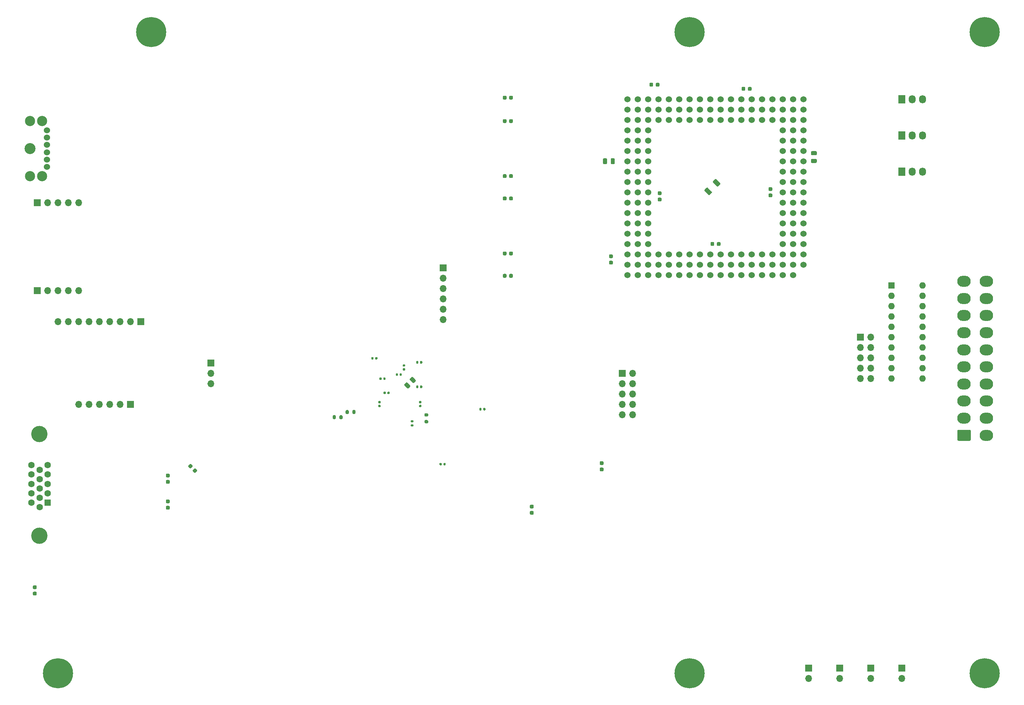
<source format=gbs>
G04 #@! TF.GenerationSoftware,KiCad,Pcbnew,5.1.9*
G04 #@! TF.CreationDate,2020-12-27T07:37:23+01:00*
G04 #@! TF.ProjectId,atx040-main-pcb,61747830-3430-42d6-9d61-696e2d706362,rev?*
G04 #@! TF.SameCoordinates,Original*
G04 #@! TF.FileFunction,Soldermask,Bot*
G04 #@! TF.FilePolarity,Negative*
%FSLAX46Y46*%
G04 Gerber Fmt 4.6, Leading zero omitted, Abs format (unit mm)*
G04 Created by KiCad (PCBNEW 5.1.9) date 2020-12-27 07:37:23*
%MOMM*%
%LPD*%
G01*
G04 APERTURE LIST*
%ADD10O,1.700000X1.700000*%
%ADD11R,1.700000X1.700000*%
%ADD12O,1.730000X2.030000*%
%ADD13R,1.730000X2.030000*%
%ADD14C,2.700000*%
%ADD15C,2.500000*%
%ADD16C,1.524000*%
%ADD17O,1.600000X1.600000*%
%ADD18R,1.600000X1.600000*%
%ADD19C,4.000000*%
%ADD20C,1.600000*%
%ADD21O,3.300000X2.700000*%
%ADD22C,0.800000*%
%ADD23C,7.400000*%
G04 APERTURE END LIST*
D10*
X241300000Y-123190000D03*
X238760000Y-123190000D03*
X241300000Y-120650000D03*
X238760000Y-120650000D03*
X241300000Y-118110000D03*
X238760000Y-118110000D03*
X241300000Y-115570000D03*
X238760000Y-115570000D03*
X241300000Y-113030000D03*
D11*
X238760000Y-113030000D03*
D10*
X241300000Y-196850000D03*
D11*
X241300000Y-194310000D03*
D10*
X233680000Y-196850000D03*
D11*
X233680000Y-194310000D03*
D10*
X248920000Y-196850000D03*
D11*
X248920000Y-194310000D03*
D10*
X226060000Y-196850000D03*
D11*
X226060000Y-194310000D03*
G36*
G01*
X175510000Y-144455000D02*
X175010000Y-144455000D01*
G75*
G02*
X174785000Y-144230000I0J225000D01*
G01*
X174785000Y-143780000D01*
G75*
G02*
X175010000Y-143555000I225000J0D01*
G01*
X175510000Y-143555000D01*
G75*
G02*
X175735000Y-143780000I0J-225000D01*
G01*
X175735000Y-144230000D01*
G75*
G02*
X175510000Y-144455000I-225000J0D01*
G01*
G37*
G36*
G01*
X175510000Y-146005000D02*
X175010000Y-146005000D01*
G75*
G02*
X174785000Y-145780000I0J225000D01*
G01*
X174785000Y-145330000D01*
G75*
G02*
X175010000Y-145105000I225000J0D01*
G01*
X175510000Y-145105000D01*
G75*
G02*
X175735000Y-145330000I0J-225000D01*
G01*
X175735000Y-145780000D01*
G75*
G02*
X175510000Y-146005000I-225000J0D01*
G01*
G37*
G36*
G01*
X158365000Y-155110000D02*
X157865000Y-155110000D01*
G75*
G02*
X157640000Y-154885000I0J225000D01*
G01*
X157640000Y-154435000D01*
G75*
G02*
X157865000Y-154210000I225000J0D01*
G01*
X158365000Y-154210000D01*
G75*
G02*
X158590000Y-154435000I0J-225000D01*
G01*
X158590000Y-154885000D01*
G75*
G02*
X158365000Y-155110000I-225000J0D01*
G01*
G37*
G36*
G01*
X158365000Y-156660000D02*
X157865000Y-156660000D01*
G75*
G02*
X157640000Y-156435000I0J225000D01*
G01*
X157640000Y-155985000D01*
G75*
G02*
X157865000Y-155760000I225000J0D01*
G01*
X158365000Y-155760000D01*
G75*
G02*
X158590000Y-155985000I0J-225000D01*
G01*
X158590000Y-156435000D01*
G75*
G02*
X158365000Y-156660000I-225000J0D01*
G01*
G37*
G36*
G01*
X36445000Y-174935000D02*
X35945000Y-174935000D01*
G75*
G02*
X35720000Y-174710000I0J225000D01*
G01*
X35720000Y-174260000D01*
G75*
G02*
X35945000Y-174035000I225000J0D01*
G01*
X36445000Y-174035000D01*
G75*
G02*
X36670000Y-174260000I0J-225000D01*
G01*
X36670000Y-174710000D01*
G75*
G02*
X36445000Y-174935000I-225000J0D01*
G01*
G37*
G36*
G01*
X36445000Y-176485000D02*
X35945000Y-176485000D01*
G75*
G02*
X35720000Y-176260000I0J225000D01*
G01*
X35720000Y-175810000D01*
G75*
G02*
X35945000Y-175585000I225000J0D01*
G01*
X36445000Y-175585000D01*
G75*
G02*
X36670000Y-175810000I0J-225000D01*
G01*
X36670000Y-176260000D01*
G75*
G02*
X36445000Y-176485000I-225000J0D01*
G01*
G37*
D10*
X182880000Y-132080000D03*
X180340000Y-132080000D03*
X182880000Y-129540000D03*
X180340000Y-129540000D03*
X182880000Y-127000000D03*
X180340000Y-127000000D03*
X182880000Y-124460000D03*
X180340000Y-124460000D03*
X182880000Y-121920000D03*
D11*
X180340000Y-121920000D03*
D12*
X254000000Y-72390000D03*
X251460000Y-72390000D03*
D13*
X248920000Y-72390000D03*
D12*
X254000000Y-63500000D03*
X251460000Y-63500000D03*
D13*
X248920000Y-63500000D03*
D12*
X254000000Y-54610000D03*
X251460000Y-54610000D03*
D13*
X248920000Y-54610000D03*
D14*
X35000000Y-66750000D03*
D15*
X35000000Y-59950000D03*
X35000000Y-73550000D03*
X38000000Y-73550000D03*
X38000000Y-59950000D03*
D16*
X39200000Y-71250000D03*
X39200000Y-69450000D03*
X39200000Y-62250000D03*
X39200000Y-64050000D03*
X39200000Y-67650000D03*
X39200000Y-65850000D03*
D10*
X46990000Y-80010000D03*
X44450000Y-80010000D03*
X41910000Y-80010000D03*
X39370000Y-80010000D03*
D11*
X36830000Y-80010000D03*
D10*
X46990000Y-101600000D03*
X44450000Y-101600000D03*
X41910000Y-101600000D03*
X39370000Y-101600000D03*
D11*
X36830000Y-101600000D03*
D10*
X41910000Y-109220000D03*
X44450000Y-109220000D03*
X46990000Y-109220000D03*
X49530000Y-109220000D03*
X52070000Y-109220000D03*
X54610000Y-109220000D03*
X57150000Y-109220000D03*
X59690000Y-109220000D03*
D11*
X62230000Y-109220000D03*
D10*
X46990000Y-129540000D03*
X49530000Y-129540000D03*
X52070000Y-129540000D03*
X54610000Y-129540000D03*
X57150000Y-129540000D03*
D11*
X59690000Y-129540000D03*
G36*
G01*
X128935000Y-134010000D02*
X128565000Y-134010000D01*
G75*
G02*
X128430000Y-133875000I0J135000D01*
G01*
X128430000Y-133605000D01*
G75*
G02*
X128565000Y-133470000I135000J0D01*
G01*
X128935000Y-133470000D01*
G75*
G02*
X129070000Y-133605000I0J-135000D01*
G01*
X129070000Y-133875000D01*
G75*
G02*
X128935000Y-134010000I-135000J0D01*
G01*
G37*
G36*
G01*
X128935000Y-135030000D02*
X128565000Y-135030000D01*
G75*
G02*
X128430000Y-134895000I0J135000D01*
G01*
X128430000Y-134625000D01*
G75*
G02*
X128565000Y-134490000I135000J0D01*
G01*
X128935000Y-134490000D01*
G75*
G02*
X129070000Y-134625000I0J-135000D01*
G01*
X129070000Y-134895000D01*
G75*
G02*
X128935000Y-135030000I-135000J0D01*
G01*
G37*
G36*
G01*
X227805000Y-68384000D02*
X226855000Y-68384000D01*
G75*
G02*
X226605000Y-68134000I0J250000D01*
G01*
X226605000Y-67634000D01*
G75*
G02*
X226855000Y-67384000I250000J0D01*
G01*
X227805000Y-67384000D01*
G75*
G02*
X228055000Y-67634000I0J-250000D01*
G01*
X228055000Y-68134000D01*
G75*
G02*
X227805000Y-68384000I-250000J0D01*
G01*
G37*
G36*
G01*
X227805000Y-70284000D02*
X226855000Y-70284000D01*
G75*
G02*
X226605000Y-70034000I0J250000D01*
G01*
X226605000Y-69534000D01*
G75*
G02*
X226855000Y-69284000I250000J0D01*
G01*
X227805000Y-69284000D01*
G75*
G02*
X228055000Y-69534000I0J-250000D01*
G01*
X228055000Y-70034000D01*
G75*
G02*
X227805000Y-70284000I-250000J0D01*
G01*
G37*
G36*
G01*
X177488000Y-70325000D02*
X177488000Y-69375000D01*
G75*
G02*
X177738000Y-69125000I250000J0D01*
G01*
X178238000Y-69125000D01*
G75*
G02*
X178488000Y-69375000I0J-250000D01*
G01*
X178488000Y-70325000D01*
G75*
G02*
X178238000Y-70575000I-250000J0D01*
G01*
X177738000Y-70575000D01*
G75*
G02*
X177488000Y-70325000I0J250000D01*
G01*
G37*
G36*
G01*
X175588000Y-70325000D02*
X175588000Y-69375000D01*
G75*
G02*
X175838000Y-69125000I250000J0D01*
G01*
X176338000Y-69125000D01*
G75*
G02*
X176588000Y-69375000I0J-250000D01*
G01*
X176588000Y-70325000D01*
G75*
G02*
X176338000Y-70575000I-250000J0D01*
G01*
X175838000Y-70575000D01*
G75*
G02*
X175588000Y-70325000I0J250000D01*
G01*
G37*
G36*
G01*
X201341983Y-76376776D02*
X202261224Y-77296017D01*
G75*
G02*
X202261224Y-77649569I-176776J-176776D01*
G01*
X201801603Y-78109190D01*
G75*
G02*
X201448051Y-78109190I-176776J176776D01*
G01*
X200528810Y-77189949D01*
G75*
G02*
X200528810Y-76836397I176776J176776D01*
G01*
X200988431Y-76376776D01*
G75*
G02*
X201341983Y-76376776I176776J-176776D01*
G01*
G37*
G36*
G01*
X203427949Y-74290810D02*
X204347190Y-75210051D01*
G75*
G02*
X204347190Y-75563603I-176776J-176776D01*
G01*
X203887569Y-76023224D01*
G75*
G02*
X203534017Y-76023224I-176776J176776D01*
G01*
X202614776Y-75103983D01*
G75*
G02*
X202614776Y-74750431I176776J176776D01*
G01*
X203074397Y-74290810D01*
G75*
G02*
X203427949Y-74290810I176776J-176776D01*
G01*
G37*
G36*
G01*
X177796000Y-93655000D02*
X177296000Y-93655000D01*
G75*
G02*
X177071000Y-93430000I0J225000D01*
G01*
X177071000Y-92980000D01*
G75*
G02*
X177296000Y-92755000I225000J0D01*
G01*
X177796000Y-92755000D01*
G75*
G02*
X178021000Y-92980000I0J-225000D01*
G01*
X178021000Y-93430000D01*
G75*
G02*
X177796000Y-93655000I-225000J0D01*
G01*
G37*
G36*
G01*
X177796000Y-95205000D02*
X177296000Y-95205000D01*
G75*
G02*
X177071000Y-94980000I0J225000D01*
G01*
X177071000Y-94530000D01*
G75*
G02*
X177296000Y-94305000I225000J0D01*
G01*
X177796000Y-94305000D01*
G75*
G02*
X178021000Y-94530000I0J-225000D01*
G01*
X178021000Y-94980000D01*
G75*
G02*
X177796000Y-95205000I-225000J0D01*
G01*
G37*
G36*
G01*
X203525000Y-90420000D02*
X203525000Y-89920000D01*
G75*
G02*
X203750000Y-89695000I225000J0D01*
G01*
X204200000Y-89695000D01*
G75*
G02*
X204425000Y-89920000I0J-225000D01*
G01*
X204425000Y-90420000D01*
G75*
G02*
X204200000Y-90645000I-225000J0D01*
G01*
X203750000Y-90645000D01*
G75*
G02*
X203525000Y-90420000I0J225000D01*
G01*
G37*
G36*
G01*
X201975000Y-90420000D02*
X201975000Y-89920000D01*
G75*
G02*
X202200000Y-89695000I225000J0D01*
G01*
X202650000Y-89695000D01*
G75*
G02*
X202875000Y-89920000I0J-225000D01*
G01*
X202875000Y-90420000D01*
G75*
G02*
X202650000Y-90645000I-225000J0D01*
G01*
X202200000Y-90645000D01*
G75*
G02*
X201975000Y-90420000I0J225000D01*
G01*
G37*
G36*
G01*
X189734000Y-78161000D02*
X189234000Y-78161000D01*
G75*
G02*
X189009000Y-77936000I0J225000D01*
G01*
X189009000Y-77486000D01*
G75*
G02*
X189234000Y-77261000I225000J0D01*
G01*
X189734000Y-77261000D01*
G75*
G02*
X189959000Y-77486000I0J-225000D01*
G01*
X189959000Y-77936000D01*
G75*
G02*
X189734000Y-78161000I-225000J0D01*
G01*
G37*
G36*
G01*
X189734000Y-79711000D02*
X189234000Y-79711000D01*
G75*
G02*
X189009000Y-79486000I0J225000D01*
G01*
X189009000Y-79036000D01*
G75*
G02*
X189234000Y-78811000I225000J0D01*
G01*
X189734000Y-78811000D01*
G75*
G02*
X189959000Y-79036000I0J-225000D01*
G01*
X189959000Y-79486000D01*
G75*
G02*
X189734000Y-79711000I-225000J0D01*
G01*
G37*
G36*
G01*
X188539000Y-51304000D02*
X188539000Y-50804000D01*
G75*
G02*
X188764000Y-50579000I225000J0D01*
G01*
X189214000Y-50579000D01*
G75*
G02*
X189439000Y-50804000I0J-225000D01*
G01*
X189439000Y-51304000D01*
G75*
G02*
X189214000Y-51529000I-225000J0D01*
G01*
X188764000Y-51529000D01*
G75*
G02*
X188539000Y-51304000I0J225000D01*
G01*
G37*
G36*
G01*
X186989000Y-51304000D02*
X186989000Y-50804000D01*
G75*
G02*
X187214000Y-50579000I225000J0D01*
G01*
X187664000Y-50579000D01*
G75*
G02*
X187889000Y-50804000I0J-225000D01*
G01*
X187889000Y-51304000D01*
G75*
G02*
X187664000Y-51529000I-225000J0D01*
G01*
X187214000Y-51529000D01*
G75*
G02*
X186989000Y-51304000I0J225000D01*
G01*
G37*
G36*
G01*
X211145000Y-52320000D02*
X211145000Y-51820000D01*
G75*
G02*
X211370000Y-51595000I225000J0D01*
G01*
X211820000Y-51595000D01*
G75*
G02*
X212045000Y-51820000I0J-225000D01*
G01*
X212045000Y-52320000D01*
G75*
G02*
X211820000Y-52545000I-225000J0D01*
G01*
X211370000Y-52545000D01*
G75*
G02*
X211145000Y-52320000I0J225000D01*
G01*
G37*
G36*
G01*
X209595000Y-52320000D02*
X209595000Y-51820000D01*
G75*
G02*
X209820000Y-51595000I225000J0D01*
G01*
X210270000Y-51595000D01*
G75*
G02*
X210495000Y-51820000I0J-225000D01*
G01*
X210495000Y-52320000D01*
G75*
G02*
X210270000Y-52545000I-225000J0D01*
G01*
X209820000Y-52545000D01*
G75*
G02*
X209595000Y-52320000I0J225000D01*
G01*
G37*
G36*
G01*
X216912000Y-77145000D02*
X216412000Y-77145000D01*
G75*
G02*
X216187000Y-76920000I0J225000D01*
G01*
X216187000Y-76470000D01*
G75*
G02*
X216412000Y-76245000I225000J0D01*
G01*
X216912000Y-76245000D01*
G75*
G02*
X217137000Y-76470000I0J-225000D01*
G01*
X217137000Y-76920000D01*
G75*
G02*
X216912000Y-77145000I-225000J0D01*
G01*
G37*
G36*
G01*
X216912000Y-78695000D02*
X216412000Y-78695000D01*
G75*
G02*
X216187000Y-78470000I0J225000D01*
G01*
X216187000Y-78020000D01*
G75*
G02*
X216412000Y-77795000I225000J0D01*
G01*
X216912000Y-77795000D01*
G75*
G02*
X217137000Y-78020000I0J-225000D01*
G01*
X217137000Y-78470000D01*
G75*
G02*
X216912000Y-78695000I-225000J0D01*
G01*
G37*
G36*
G01*
X152575000Y-54500000D02*
X152575000Y-54000000D01*
G75*
G02*
X152800000Y-53775000I225000J0D01*
G01*
X153250000Y-53775000D01*
G75*
G02*
X153475000Y-54000000I0J-225000D01*
G01*
X153475000Y-54500000D01*
G75*
G02*
X153250000Y-54725000I-225000J0D01*
G01*
X152800000Y-54725000D01*
G75*
G02*
X152575000Y-54500000I0J225000D01*
G01*
G37*
G36*
G01*
X151025000Y-54500000D02*
X151025000Y-54000000D01*
G75*
G02*
X151250000Y-53775000I225000J0D01*
G01*
X151700000Y-53775000D01*
G75*
G02*
X151925000Y-54000000I0J-225000D01*
G01*
X151925000Y-54500000D01*
G75*
G02*
X151700000Y-54725000I-225000J0D01*
G01*
X151250000Y-54725000D01*
G75*
G02*
X151025000Y-54500000I0J225000D01*
G01*
G37*
G36*
G01*
X152575000Y-60250000D02*
X152575000Y-59750000D01*
G75*
G02*
X152800000Y-59525000I225000J0D01*
G01*
X153250000Y-59525000D01*
G75*
G02*
X153475000Y-59750000I0J-225000D01*
G01*
X153475000Y-60250000D01*
G75*
G02*
X153250000Y-60475000I-225000J0D01*
G01*
X152800000Y-60475000D01*
G75*
G02*
X152575000Y-60250000I0J225000D01*
G01*
G37*
G36*
G01*
X151025000Y-60250000D02*
X151025000Y-59750000D01*
G75*
G02*
X151250000Y-59525000I225000J0D01*
G01*
X151700000Y-59525000D01*
G75*
G02*
X151925000Y-59750000I0J-225000D01*
G01*
X151925000Y-60250000D01*
G75*
G02*
X151700000Y-60475000I-225000J0D01*
G01*
X151250000Y-60475000D01*
G75*
G02*
X151025000Y-60250000I0J225000D01*
G01*
G37*
G36*
G01*
X152575000Y-73750000D02*
X152575000Y-73250000D01*
G75*
G02*
X152800000Y-73025000I225000J0D01*
G01*
X153250000Y-73025000D01*
G75*
G02*
X153475000Y-73250000I0J-225000D01*
G01*
X153475000Y-73750000D01*
G75*
G02*
X153250000Y-73975000I-225000J0D01*
G01*
X152800000Y-73975000D01*
G75*
G02*
X152575000Y-73750000I0J225000D01*
G01*
G37*
G36*
G01*
X151025000Y-73750000D02*
X151025000Y-73250000D01*
G75*
G02*
X151250000Y-73025000I225000J0D01*
G01*
X151700000Y-73025000D01*
G75*
G02*
X151925000Y-73250000I0J-225000D01*
G01*
X151925000Y-73750000D01*
G75*
G02*
X151700000Y-73975000I-225000J0D01*
G01*
X151250000Y-73975000D01*
G75*
G02*
X151025000Y-73750000I0J225000D01*
G01*
G37*
G36*
G01*
X152575000Y-79250000D02*
X152575000Y-78750000D01*
G75*
G02*
X152800000Y-78525000I225000J0D01*
G01*
X153250000Y-78525000D01*
G75*
G02*
X153475000Y-78750000I0J-225000D01*
G01*
X153475000Y-79250000D01*
G75*
G02*
X153250000Y-79475000I-225000J0D01*
G01*
X152800000Y-79475000D01*
G75*
G02*
X152575000Y-79250000I0J225000D01*
G01*
G37*
G36*
G01*
X151025000Y-79250000D02*
X151025000Y-78750000D01*
G75*
G02*
X151250000Y-78525000I225000J0D01*
G01*
X151700000Y-78525000D01*
G75*
G02*
X151925000Y-78750000I0J-225000D01*
G01*
X151925000Y-79250000D01*
G75*
G02*
X151700000Y-79475000I-225000J0D01*
G01*
X151250000Y-79475000D01*
G75*
G02*
X151025000Y-79250000I0J225000D01*
G01*
G37*
G36*
G01*
X152575000Y-98250000D02*
X152575000Y-97750000D01*
G75*
G02*
X152800000Y-97525000I225000J0D01*
G01*
X153250000Y-97525000D01*
G75*
G02*
X153475000Y-97750000I0J-225000D01*
G01*
X153475000Y-98250000D01*
G75*
G02*
X153250000Y-98475000I-225000J0D01*
G01*
X152800000Y-98475000D01*
G75*
G02*
X152575000Y-98250000I0J225000D01*
G01*
G37*
G36*
G01*
X151025000Y-98250000D02*
X151025000Y-97750000D01*
G75*
G02*
X151250000Y-97525000I225000J0D01*
G01*
X151700000Y-97525000D01*
G75*
G02*
X151925000Y-97750000I0J-225000D01*
G01*
X151925000Y-98250000D01*
G75*
G02*
X151700000Y-98475000I-225000J0D01*
G01*
X151250000Y-98475000D01*
G75*
G02*
X151025000Y-98250000I0J225000D01*
G01*
G37*
G36*
G01*
X152575000Y-92750000D02*
X152575000Y-92250000D01*
G75*
G02*
X152800000Y-92025000I225000J0D01*
G01*
X153250000Y-92025000D01*
G75*
G02*
X153475000Y-92250000I0J-225000D01*
G01*
X153475000Y-92750000D01*
G75*
G02*
X153250000Y-92975000I-225000J0D01*
G01*
X152800000Y-92975000D01*
G75*
G02*
X152575000Y-92750000I0J225000D01*
G01*
G37*
G36*
G01*
X151025000Y-92750000D02*
X151025000Y-92250000D01*
G75*
G02*
X151250000Y-92025000I225000J0D01*
G01*
X151700000Y-92025000D01*
G75*
G02*
X151925000Y-92250000I0J-225000D01*
G01*
X151925000Y-92750000D01*
G75*
G02*
X151700000Y-92975000I-225000J0D01*
G01*
X151250000Y-92975000D01*
G75*
G02*
X151025000Y-92750000I0J225000D01*
G01*
G37*
G36*
G01*
X69084000Y-147503000D02*
X68584000Y-147503000D01*
G75*
G02*
X68359000Y-147278000I0J225000D01*
G01*
X68359000Y-146828000D01*
G75*
G02*
X68584000Y-146603000I225000J0D01*
G01*
X69084000Y-146603000D01*
G75*
G02*
X69309000Y-146828000I0J-225000D01*
G01*
X69309000Y-147278000D01*
G75*
G02*
X69084000Y-147503000I-225000J0D01*
G01*
G37*
G36*
G01*
X69084000Y-149053000D02*
X68584000Y-149053000D01*
G75*
G02*
X68359000Y-148828000I0J225000D01*
G01*
X68359000Y-148378000D01*
G75*
G02*
X68584000Y-148153000I225000J0D01*
G01*
X69084000Y-148153000D01*
G75*
G02*
X69309000Y-148378000I0J-225000D01*
G01*
X69309000Y-148828000D01*
G75*
G02*
X69084000Y-149053000I-225000J0D01*
G01*
G37*
G36*
G01*
X69084000Y-153853000D02*
X68584000Y-153853000D01*
G75*
G02*
X68359000Y-153628000I0J225000D01*
G01*
X68359000Y-153178000D01*
G75*
G02*
X68584000Y-152953000I225000J0D01*
G01*
X69084000Y-152953000D01*
G75*
G02*
X69309000Y-153178000I0J-225000D01*
G01*
X69309000Y-153628000D01*
G75*
G02*
X69084000Y-153853000I-225000J0D01*
G01*
G37*
G36*
G01*
X69084000Y-155403000D02*
X68584000Y-155403000D01*
G75*
G02*
X68359000Y-155178000I0J225000D01*
G01*
X68359000Y-154728000D01*
G75*
G02*
X68584000Y-154503000I225000J0D01*
G01*
X69084000Y-154503000D01*
G75*
G02*
X69309000Y-154728000I0J-225000D01*
G01*
X69309000Y-155178000D01*
G75*
G02*
X69084000Y-155403000I-225000J0D01*
G01*
G37*
G36*
G01*
X74983033Y-145694587D02*
X75336587Y-145341033D01*
G75*
G02*
X75654785Y-145341033I159099J-159099D01*
G01*
X75972983Y-145659231D01*
G75*
G02*
X75972983Y-145977429I-159099J-159099D01*
G01*
X75619429Y-146330983D01*
G75*
G02*
X75301231Y-146330983I-159099J159099D01*
G01*
X74983033Y-146012785D01*
G75*
G02*
X74983033Y-145694587I159099J159099D01*
G01*
G37*
G36*
G01*
X73887017Y-144598571D02*
X74240571Y-144245017D01*
G75*
G02*
X74558769Y-144245017I159099J-159099D01*
G01*
X74876967Y-144563215D01*
G75*
G02*
X74876967Y-144881413I-159099J-159099D01*
G01*
X74523413Y-145234967D01*
G75*
G02*
X74205215Y-145234967I-159099J159099D01*
G01*
X73887017Y-144916769D01*
G75*
G02*
X73887017Y-144598571I159099J159099D01*
G01*
G37*
D17*
X254000000Y-100330000D03*
X246380000Y-123190000D03*
X254000000Y-102870000D03*
X246380000Y-120650000D03*
X254000000Y-105410000D03*
X246380000Y-118110000D03*
X254000000Y-107950000D03*
X246380000Y-115570000D03*
X254000000Y-110490000D03*
X246380000Y-113030000D03*
X254000000Y-113030000D03*
X246380000Y-110490000D03*
X254000000Y-115570000D03*
X246380000Y-107950000D03*
X254000000Y-118110000D03*
X246380000Y-105410000D03*
X254000000Y-120650000D03*
X246380000Y-102870000D03*
X254000000Y-123190000D03*
D18*
X246380000Y-100330000D03*
G36*
G01*
X145800000Y-130580000D02*
X145800000Y-130920000D01*
G75*
G02*
X145660000Y-131060000I-140000J0D01*
G01*
X145380000Y-131060000D01*
G75*
G02*
X145240000Y-130920000I0J140000D01*
G01*
X145240000Y-130580000D01*
G75*
G02*
X145380000Y-130440000I140000J0D01*
G01*
X145660000Y-130440000D01*
G75*
G02*
X145800000Y-130580000I0J-140000D01*
G01*
G37*
G36*
G01*
X146760000Y-130580000D02*
X146760000Y-130920000D01*
G75*
G02*
X146620000Y-131060000I-140000J0D01*
G01*
X146340000Y-131060000D01*
G75*
G02*
X146200000Y-130920000I0J140000D01*
G01*
X146200000Y-130580000D01*
G75*
G02*
X146340000Y-130440000I140000J0D01*
G01*
X146620000Y-130440000D01*
G75*
G02*
X146760000Y-130580000I0J-140000D01*
G01*
G37*
G36*
G01*
X136450000Y-144420000D02*
X136450000Y-144080000D01*
G75*
G02*
X136590000Y-143940000I140000J0D01*
G01*
X136870000Y-143940000D01*
G75*
G02*
X137010000Y-144080000I0J-140000D01*
G01*
X137010000Y-144420000D01*
G75*
G02*
X136870000Y-144560000I-140000J0D01*
G01*
X136590000Y-144560000D01*
G75*
G02*
X136450000Y-144420000I0J140000D01*
G01*
G37*
G36*
G01*
X135490000Y-144420000D02*
X135490000Y-144080000D01*
G75*
G02*
X135630000Y-143940000I140000J0D01*
G01*
X135910000Y-143940000D01*
G75*
G02*
X136050000Y-144080000I0J-140000D01*
G01*
X136050000Y-144420000D01*
G75*
G02*
X135910000Y-144560000I-140000J0D01*
G01*
X135630000Y-144560000D01*
G75*
G02*
X135490000Y-144420000I0J140000D01*
G01*
G37*
D19*
X37320000Y-161855000D03*
X37320000Y-136855000D03*
D20*
X35410000Y-144510000D03*
X35410000Y-146800000D03*
X35410000Y-149090000D03*
X35410000Y-151380000D03*
X35410000Y-153670000D03*
X37390000Y-145655000D03*
X37390000Y-147945000D03*
X37390000Y-150235000D03*
X37390000Y-152525000D03*
X37390000Y-154815000D03*
X39370000Y-144510000D03*
X39370000Y-146800000D03*
X39370000Y-149090000D03*
X39370000Y-151380000D03*
D18*
X39370000Y-153670000D03*
D10*
X79375000Y-124460000D03*
X79375000Y-121920000D03*
D11*
X79375000Y-119380000D03*
G36*
G01*
X122700000Y-126920000D02*
X122700000Y-126580000D01*
G75*
G02*
X122840000Y-126440000I140000J0D01*
G01*
X123120000Y-126440000D01*
G75*
G02*
X123260000Y-126580000I0J-140000D01*
G01*
X123260000Y-126920000D01*
G75*
G02*
X123120000Y-127060000I-140000J0D01*
G01*
X122840000Y-127060000D01*
G75*
G02*
X122700000Y-126920000I0J140000D01*
G01*
G37*
G36*
G01*
X121740000Y-126920000D02*
X121740000Y-126580000D01*
G75*
G02*
X121880000Y-126440000I140000J0D01*
G01*
X122160000Y-126440000D01*
G75*
G02*
X122300000Y-126580000I0J-140000D01*
G01*
X122300000Y-126920000D01*
G75*
G02*
X122160000Y-127060000I-140000J0D01*
G01*
X121880000Y-127060000D01*
G75*
G02*
X121740000Y-126920000I0J140000D01*
G01*
G37*
G36*
G01*
X121700000Y-123420000D02*
X121700000Y-123080000D01*
G75*
G02*
X121840000Y-122940000I140000J0D01*
G01*
X122120000Y-122940000D01*
G75*
G02*
X122260000Y-123080000I0J-140000D01*
G01*
X122260000Y-123420000D01*
G75*
G02*
X122120000Y-123560000I-140000J0D01*
G01*
X121840000Y-123560000D01*
G75*
G02*
X121700000Y-123420000I0J140000D01*
G01*
G37*
G36*
G01*
X120740000Y-123420000D02*
X120740000Y-123080000D01*
G75*
G02*
X120880000Y-122940000I140000J0D01*
G01*
X121160000Y-122940000D01*
G75*
G02*
X121300000Y-123080000I0J-140000D01*
G01*
X121300000Y-123420000D01*
G75*
G02*
X121160000Y-123560000I-140000J0D01*
G01*
X120880000Y-123560000D01*
G75*
G02*
X120740000Y-123420000I0J140000D01*
G01*
G37*
G36*
G01*
X119700000Y-118420000D02*
X119700000Y-118080000D01*
G75*
G02*
X119840000Y-117940000I140000J0D01*
G01*
X120120000Y-117940000D01*
G75*
G02*
X120260000Y-118080000I0J-140000D01*
G01*
X120260000Y-118420000D01*
G75*
G02*
X120120000Y-118560000I-140000J0D01*
G01*
X119840000Y-118560000D01*
G75*
G02*
X119700000Y-118420000I0J140000D01*
G01*
G37*
G36*
G01*
X118740000Y-118420000D02*
X118740000Y-118080000D01*
G75*
G02*
X118880000Y-117940000I140000J0D01*
G01*
X119160000Y-117940000D01*
G75*
G02*
X119300000Y-118080000I0J-140000D01*
G01*
X119300000Y-118420000D01*
G75*
G02*
X119160000Y-118560000I-140000J0D01*
G01*
X118880000Y-118560000D01*
G75*
G02*
X118740000Y-118420000I0J140000D01*
G01*
G37*
G36*
G01*
X130700000Y-119420000D02*
X130700000Y-119080000D01*
G75*
G02*
X130840000Y-118940000I140000J0D01*
G01*
X131120000Y-118940000D01*
G75*
G02*
X131260000Y-119080000I0J-140000D01*
G01*
X131260000Y-119420000D01*
G75*
G02*
X131120000Y-119560000I-140000J0D01*
G01*
X130840000Y-119560000D01*
G75*
G02*
X130700000Y-119420000I0J140000D01*
G01*
G37*
G36*
G01*
X129740000Y-119420000D02*
X129740000Y-119080000D01*
G75*
G02*
X129880000Y-118940000I140000J0D01*
G01*
X130160000Y-118940000D01*
G75*
G02*
X130300000Y-119080000I0J-140000D01*
G01*
X130300000Y-119420000D01*
G75*
G02*
X130160000Y-119560000I-140000J0D01*
G01*
X129880000Y-119560000D01*
G75*
G02*
X129740000Y-119420000I0J140000D01*
G01*
G37*
G36*
G01*
X126920000Y-120300000D02*
X126580000Y-120300000D01*
G75*
G02*
X126440000Y-120160000I0J140000D01*
G01*
X126440000Y-119880000D01*
G75*
G02*
X126580000Y-119740000I140000J0D01*
G01*
X126920000Y-119740000D01*
G75*
G02*
X127060000Y-119880000I0J-140000D01*
G01*
X127060000Y-120160000D01*
G75*
G02*
X126920000Y-120300000I-140000J0D01*
G01*
G37*
G36*
G01*
X126920000Y-121260000D02*
X126580000Y-121260000D01*
G75*
G02*
X126440000Y-121120000I0J140000D01*
G01*
X126440000Y-120840000D01*
G75*
G02*
X126580000Y-120700000I140000J0D01*
G01*
X126920000Y-120700000D01*
G75*
G02*
X127060000Y-120840000I0J-140000D01*
G01*
X127060000Y-121120000D01*
G75*
G02*
X126920000Y-121260000I-140000J0D01*
G01*
G37*
G36*
G01*
X130920000Y-129300000D02*
X130580000Y-129300000D01*
G75*
G02*
X130440000Y-129160000I0J140000D01*
G01*
X130440000Y-128880000D01*
G75*
G02*
X130580000Y-128740000I140000J0D01*
G01*
X130920000Y-128740000D01*
G75*
G02*
X131060000Y-128880000I0J-140000D01*
G01*
X131060000Y-129160000D01*
G75*
G02*
X130920000Y-129300000I-140000J0D01*
G01*
G37*
G36*
G01*
X130920000Y-130260000D02*
X130580000Y-130260000D01*
G75*
G02*
X130440000Y-130120000I0J140000D01*
G01*
X130440000Y-129840000D01*
G75*
G02*
X130580000Y-129700000I140000J0D01*
G01*
X130920000Y-129700000D01*
G75*
G02*
X131060000Y-129840000I0J-140000D01*
G01*
X131060000Y-130120000D01*
G75*
G02*
X130920000Y-130260000I-140000J0D01*
G01*
G37*
G36*
G01*
X120920000Y-129300000D02*
X120580000Y-129300000D01*
G75*
G02*
X120440000Y-129160000I0J140000D01*
G01*
X120440000Y-128880000D01*
G75*
G02*
X120580000Y-128740000I140000J0D01*
G01*
X120920000Y-128740000D01*
G75*
G02*
X121060000Y-128880000I0J-140000D01*
G01*
X121060000Y-129160000D01*
G75*
G02*
X120920000Y-129300000I-140000J0D01*
G01*
G37*
G36*
G01*
X120920000Y-130260000D02*
X120580000Y-130260000D01*
G75*
G02*
X120440000Y-130120000I0J140000D01*
G01*
X120440000Y-129840000D01*
G75*
G02*
X120580000Y-129700000I140000J0D01*
G01*
X120920000Y-129700000D01*
G75*
G02*
X121060000Y-129840000I0J-140000D01*
G01*
X121060000Y-130120000D01*
G75*
G02*
X120920000Y-130260000I-140000J0D01*
G01*
G37*
G36*
G01*
X130700000Y-125420000D02*
X130700000Y-125080000D01*
G75*
G02*
X130840000Y-124940000I140000J0D01*
G01*
X131120000Y-124940000D01*
G75*
G02*
X131260000Y-125080000I0J-140000D01*
G01*
X131260000Y-125420000D01*
G75*
G02*
X131120000Y-125560000I-140000J0D01*
G01*
X130840000Y-125560000D01*
G75*
G02*
X130700000Y-125420000I0J140000D01*
G01*
G37*
G36*
G01*
X129740000Y-125420000D02*
X129740000Y-125080000D01*
G75*
G02*
X129880000Y-124940000I140000J0D01*
G01*
X130160000Y-124940000D01*
G75*
G02*
X130300000Y-125080000I0J-140000D01*
G01*
X130300000Y-125420000D01*
G75*
G02*
X130160000Y-125560000I-140000J0D01*
G01*
X129880000Y-125560000D01*
G75*
G02*
X129740000Y-125420000I0J140000D01*
G01*
G37*
G36*
G01*
X128904073Y-124267678D02*
X128232322Y-123595927D01*
G75*
G02*
X128232322Y-123242373I176777J176777D01*
G01*
X128585875Y-122888820D01*
G75*
G02*
X128939429Y-122888820I176777J-176777D01*
G01*
X129611180Y-123560571D01*
G75*
G02*
X129611180Y-123914125I-176777J-176777D01*
G01*
X129257627Y-124267678D01*
G75*
G02*
X128904073Y-124267678I-176777J176777D01*
G01*
G37*
G36*
G01*
X127560571Y-125611180D02*
X126888820Y-124939429D01*
G75*
G02*
X126888820Y-124585875I176777J176777D01*
G01*
X127242373Y-124232322D01*
G75*
G02*
X127595927Y-124232322I176777J-176777D01*
G01*
X128267678Y-124904073D01*
G75*
G02*
X128267678Y-125257627I-176777J-176777D01*
G01*
X127914125Y-125611180D01*
G75*
G02*
X127560571Y-125611180I-176777J176777D01*
G01*
G37*
G36*
G01*
X125700000Y-122420000D02*
X125700000Y-122080000D01*
G75*
G02*
X125840000Y-121940000I140000J0D01*
G01*
X126120000Y-121940000D01*
G75*
G02*
X126260000Y-122080000I0J-140000D01*
G01*
X126260000Y-122420000D01*
G75*
G02*
X126120000Y-122560000I-140000J0D01*
G01*
X125840000Y-122560000D01*
G75*
G02*
X125700000Y-122420000I0J140000D01*
G01*
G37*
G36*
G01*
X124740000Y-122420000D02*
X124740000Y-122080000D01*
G75*
G02*
X124880000Y-121940000I140000J0D01*
G01*
X125160000Y-121940000D01*
G75*
G02*
X125300000Y-122080000I0J-140000D01*
G01*
X125300000Y-122420000D01*
G75*
G02*
X125160000Y-122560000I-140000J0D01*
G01*
X124880000Y-122560000D01*
G75*
G02*
X124740000Y-122420000I0J140000D01*
G01*
G37*
D10*
X136398000Y-108712000D03*
X136398000Y-106172000D03*
X136398000Y-103632000D03*
X136398000Y-101092000D03*
X136398000Y-98552000D03*
D11*
X136398000Y-96012000D03*
G36*
G01*
X113240000Y-131170000D02*
X113240000Y-131720000D01*
G75*
G02*
X113040000Y-131920000I-200000J0D01*
G01*
X112640000Y-131920000D01*
G75*
G02*
X112440000Y-131720000I0J200000D01*
G01*
X112440000Y-131170000D01*
G75*
G02*
X112640000Y-130970000I200000J0D01*
G01*
X113040000Y-130970000D01*
G75*
G02*
X113240000Y-131170000I0J-200000D01*
G01*
G37*
G36*
G01*
X114890000Y-131170000D02*
X114890000Y-131720000D01*
G75*
G02*
X114690000Y-131920000I-200000J0D01*
G01*
X114290000Y-131920000D01*
G75*
G02*
X114090000Y-131720000I0J200000D01*
G01*
X114090000Y-131170000D01*
G75*
G02*
X114290000Y-130970000I200000J0D01*
G01*
X114690000Y-130970000D01*
G75*
G02*
X114890000Y-131170000I0J-200000D01*
G01*
G37*
G36*
G01*
X110065000Y-132440000D02*
X110065000Y-132990000D01*
G75*
G02*
X109865000Y-133190000I-200000J0D01*
G01*
X109465000Y-133190000D01*
G75*
G02*
X109265000Y-132990000I0J200000D01*
G01*
X109265000Y-132440000D01*
G75*
G02*
X109465000Y-132240000I200000J0D01*
G01*
X109865000Y-132240000D01*
G75*
G02*
X110065000Y-132440000I0J-200000D01*
G01*
G37*
G36*
G01*
X111715000Y-132440000D02*
X111715000Y-132990000D01*
G75*
G02*
X111515000Y-133190000I-200000J0D01*
G01*
X111115000Y-133190000D01*
G75*
G02*
X110915000Y-132990000I0J200000D01*
G01*
X110915000Y-132440000D01*
G75*
G02*
X111115000Y-132240000I200000J0D01*
G01*
X111515000Y-132240000D01*
G75*
G02*
X111715000Y-132440000I0J-200000D01*
G01*
G37*
G36*
G01*
X131975000Y-133425000D02*
X132525000Y-133425000D01*
G75*
G02*
X132725000Y-133625000I0J-200000D01*
G01*
X132725000Y-134025000D01*
G75*
G02*
X132525000Y-134225000I-200000J0D01*
G01*
X131975000Y-134225000D01*
G75*
G02*
X131775000Y-134025000I0J200000D01*
G01*
X131775000Y-133625000D01*
G75*
G02*
X131975000Y-133425000I200000J0D01*
G01*
G37*
G36*
G01*
X131975000Y-131775000D02*
X132525000Y-131775000D01*
G75*
G02*
X132725000Y-131975000I0J-200000D01*
G01*
X132725000Y-132375000D01*
G75*
G02*
X132525000Y-132575000I-200000J0D01*
G01*
X131975000Y-132575000D01*
G75*
G02*
X131775000Y-132375000I0J200000D01*
G01*
X131775000Y-131975000D01*
G75*
G02*
X131975000Y-131775000I200000J0D01*
G01*
G37*
D21*
X269660000Y-99360000D03*
X269660000Y-103560000D03*
X269660000Y-107760000D03*
X269660000Y-111960000D03*
X269660000Y-116160000D03*
X269660000Y-120360000D03*
X269660000Y-124560000D03*
X269660000Y-128760000D03*
X269660000Y-132960000D03*
X269660000Y-137160000D03*
X264160000Y-99360000D03*
X264160000Y-103560000D03*
X264160000Y-107760000D03*
X264160000Y-111960000D03*
X264160000Y-116160000D03*
X264160000Y-120360000D03*
X264160000Y-124560000D03*
X264160000Y-128760000D03*
X264160000Y-132960000D03*
G36*
G01*
X265559999Y-138510000D02*
X262760001Y-138510000D01*
G75*
G02*
X262510000Y-138259999I0J250001D01*
G01*
X262510000Y-136060001D01*
G75*
G02*
X262760001Y-135810000I250001J0D01*
G01*
X265559999Y-135810000D01*
G75*
G02*
X265810000Y-136060001I0J-250001D01*
G01*
X265810000Y-138259999D01*
G75*
G02*
X265559999Y-138510000I-250001J0D01*
G01*
G37*
D22*
X271202221Y-193617779D03*
X269240000Y-192805000D03*
X267277779Y-193617779D03*
X266465000Y-195580000D03*
X267277779Y-197542221D03*
X269240000Y-198355000D03*
X271202221Y-197542221D03*
X272015000Y-195580000D03*
D23*
X269240000Y-195580000D03*
D22*
X271202221Y-36137779D03*
X269240000Y-35325000D03*
X267277779Y-36137779D03*
X266465000Y-38100000D03*
X267277779Y-40062221D03*
X269240000Y-40875000D03*
X271202221Y-40062221D03*
X272015000Y-38100000D03*
D23*
X269240000Y-38100000D03*
D22*
X198812221Y-193617779D03*
X196850000Y-192805000D03*
X194887779Y-193617779D03*
X194075000Y-195580000D03*
X194887779Y-197542221D03*
X196850000Y-198355000D03*
X198812221Y-197542221D03*
X199625000Y-195580000D03*
D23*
X196850000Y-195580000D03*
D22*
X198812221Y-36137779D03*
X196850000Y-35325000D03*
X194887779Y-36137779D03*
X194075000Y-38100000D03*
X194887779Y-40062221D03*
X196850000Y-40875000D03*
X198812221Y-40062221D03*
X199625000Y-38100000D03*
D23*
X196850000Y-38100000D03*
D22*
X43872221Y-193617779D03*
X41910000Y-192805000D03*
X39947779Y-193617779D03*
X39135000Y-195580000D03*
X39947779Y-197542221D03*
X41910000Y-198355000D03*
X43872221Y-197542221D03*
X44685000Y-195580000D03*
D23*
X41910000Y-195580000D03*
D22*
X66732221Y-36137779D03*
X64770000Y-35325000D03*
X62807779Y-36137779D03*
X61995000Y-38100000D03*
X62807779Y-40062221D03*
X64770000Y-40875000D03*
X66732221Y-40062221D03*
X67545000Y-38100000D03*
D23*
X64770000Y-38100000D03*
D16*
X217170000Y-59690000D03*
X222250000Y-69850000D03*
X224790000Y-69850000D03*
X224790000Y-77470000D03*
X219710000Y-74930000D03*
X219710000Y-82550000D03*
X181610000Y-97790000D03*
X181610000Y-95250000D03*
X181610000Y-92710000D03*
X181610000Y-90170000D03*
X181610000Y-87630000D03*
X181610000Y-85090000D03*
X181610000Y-82550000D03*
X181610000Y-80010000D03*
X181610000Y-77470000D03*
X181610000Y-74930000D03*
X181610000Y-72390000D03*
X181610000Y-69850000D03*
X181610000Y-67310000D03*
X181610000Y-64770000D03*
X181610000Y-62230000D03*
X181610000Y-59690000D03*
X181610000Y-57150000D03*
X181610000Y-54610000D03*
X184150000Y-97790000D03*
X186690000Y-97790000D03*
X189230000Y-97790000D03*
X191770000Y-97790000D03*
X194310000Y-97790000D03*
X196850000Y-97790000D03*
X199390000Y-97790000D03*
X201930000Y-97790000D03*
X204470000Y-97790000D03*
X184150000Y-95250000D03*
X184150000Y-92710000D03*
X184150000Y-90170000D03*
X184150000Y-87630000D03*
X184150000Y-85090000D03*
X184150000Y-82550000D03*
X184150000Y-80010000D03*
X184150000Y-77470000D03*
X184150000Y-74930000D03*
X184150000Y-72390000D03*
X184150000Y-69850000D03*
X184150000Y-67310000D03*
X184150000Y-64770000D03*
X184150000Y-62230000D03*
X184150000Y-59690000D03*
X184150000Y-57150000D03*
X184150000Y-54610000D03*
X186690000Y-95250000D03*
X186690000Y-92710000D03*
X186690000Y-90170000D03*
X186690000Y-87630000D03*
X186690000Y-85090000D03*
X186690000Y-82550000D03*
X186690000Y-80010000D03*
X186690000Y-77470000D03*
X186690000Y-74930000D03*
X186690000Y-72390000D03*
X186690000Y-69850000D03*
X186690000Y-67310000D03*
X186690000Y-64770000D03*
X186690000Y-62230000D03*
X186690000Y-59690000D03*
X186690000Y-57150000D03*
X186690000Y-54610000D03*
X189230000Y-95250000D03*
X189230000Y-92710000D03*
X189230000Y-59690000D03*
X189230000Y-57150000D03*
X189230000Y-54610000D03*
X191770000Y-95250000D03*
X191770000Y-92710000D03*
X191770000Y-59690000D03*
X191770000Y-57150000D03*
X191770000Y-54610000D03*
X194310000Y-95250000D03*
X194310000Y-92710000D03*
X194310000Y-59690000D03*
X194310000Y-57150000D03*
X194310000Y-54610000D03*
X196850000Y-95250000D03*
X196850000Y-92710000D03*
X196850000Y-59690000D03*
X196850000Y-57150000D03*
X196850000Y-54610000D03*
X199390000Y-95250000D03*
X199390000Y-92710000D03*
X199390000Y-59690000D03*
X199390000Y-57150000D03*
X199390000Y-54610000D03*
X201930000Y-95250000D03*
X201930000Y-92710000D03*
X201930000Y-59690000D03*
X201930000Y-57150000D03*
X201930000Y-54610000D03*
X204470000Y-95250000D03*
X204470000Y-92710000D03*
X204470000Y-59690000D03*
X204470000Y-57150000D03*
X204470000Y-54610000D03*
X207010000Y-97790000D03*
X209550000Y-97790000D03*
X212090000Y-97790000D03*
X214630000Y-97790000D03*
X217170000Y-97790000D03*
X219710000Y-97790000D03*
X222250000Y-97790000D03*
X207010000Y-95250000D03*
X207010000Y-92710000D03*
X207010000Y-59690000D03*
X207010000Y-57150000D03*
X207010000Y-54610000D03*
X209550000Y-95250000D03*
X209550000Y-92710000D03*
X209550000Y-59690000D03*
X209550000Y-57150000D03*
X209550000Y-54610000D03*
X212090000Y-95250000D03*
X212090000Y-92710000D03*
X212090000Y-59690000D03*
X212090000Y-57150000D03*
X212090000Y-54610000D03*
X214630000Y-95250000D03*
X214630000Y-92710000D03*
X214630000Y-59690000D03*
X214630000Y-57150000D03*
X214630000Y-54610000D03*
X217170000Y-95250000D03*
X217170000Y-92710000D03*
X217170000Y-57150000D03*
X217170000Y-54610000D03*
X219710000Y-95250000D03*
X219710000Y-92710000D03*
X219710000Y-90170000D03*
X219710000Y-87630000D03*
X219710000Y-85090000D03*
X219710000Y-80010000D03*
X219710000Y-77470000D03*
X219710000Y-72390000D03*
X219710000Y-69850000D03*
X219710000Y-67310000D03*
X219710000Y-64770000D03*
X219710000Y-62230000D03*
X219710000Y-59690000D03*
X219710000Y-57150000D03*
X219710000Y-54610000D03*
X222250000Y-95250000D03*
X222250000Y-92710000D03*
X222250000Y-90170000D03*
X222250000Y-87630000D03*
X222250000Y-85090000D03*
X222250000Y-82550000D03*
X222250000Y-80010000D03*
X222250000Y-77470000D03*
X222250000Y-74930000D03*
X222250000Y-72390000D03*
X222250000Y-67310000D03*
X222250000Y-64770000D03*
X222250000Y-62230000D03*
X222250000Y-59690000D03*
X222250000Y-57150000D03*
X222250000Y-54610000D03*
X224790000Y-95250000D03*
X224790000Y-92710000D03*
X224790000Y-90170000D03*
X224790000Y-87630000D03*
X224790000Y-85090000D03*
X224790000Y-82550000D03*
X224790000Y-80010000D03*
X224790000Y-74930000D03*
X224790000Y-72390000D03*
X224790000Y-67310000D03*
X224790000Y-64770000D03*
X224790000Y-62230000D03*
X224790000Y-59690000D03*
X224790000Y-57150000D03*
X224790000Y-54610000D03*
M02*

</source>
